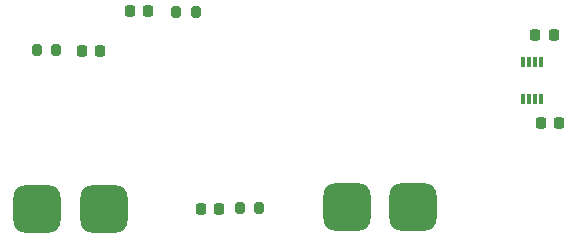
<source format=gtp>
%TF.GenerationSoftware,KiCad,Pcbnew,7.0.7*%
%TF.CreationDate,2023-11-07T21:15:51-05:00*%
%TF.ProjectId,DriveTrain,44726976-6554-4726-9169-6e2e6b696361,rev?*%
%TF.SameCoordinates,Original*%
%TF.FileFunction,Paste,Top*%
%TF.FilePolarity,Positive*%
%FSLAX46Y46*%
G04 Gerber Fmt 4.6, Leading zero omitted, Abs format (unit mm)*
G04 Created by KiCad (PCBNEW 7.0.7) date 2023-11-07 21:15:51*
%MOMM*%
%LPD*%
G01*
G04 APERTURE LIST*
G04 Aperture macros list*
%AMRoundRect*
0 Rectangle with rounded corners*
0 $1 Rounding radius*
0 $2 $3 $4 $5 $6 $7 $8 $9 X,Y pos of 4 corners*
0 Add a 4 corners polygon primitive as box body*
4,1,4,$2,$3,$4,$5,$6,$7,$8,$9,$2,$3,0*
0 Add four circle primitives for the rounded corners*
1,1,$1+$1,$2,$3*
1,1,$1+$1,$4,$5*
1,1,$1+$1,$6,$7*
1,1,$1+$1,$8,$9*
0 Add four rect primitives between the rounded corners*
20,1,$1+$1,$2,$3,$4,$5,0*
20,1,$1+$1,$4,$5,$6,$7,0*
20,1,$1+$1,$6,$7,$8,$9,0*
20,1,$1+$1,$8,$9,$2,$3,0*%
G04 Aperture macros list end*
%ADD10RoundRect,0.200000X0.200000X0.275000X-0.200000X0.275000X-0.200000X-0.275000X0.200000X-0.275000X0*%
%ADD11RoundRect,0.200000X-0.200000X-0.275000X0.200000X-0.275000X0.200000X0.275000X-0.200000X0.275000X0*%
%ADD12RoundRect,0.225000X-0.225000X-0.250000X0.225000X-0.250000X0.225000X0.250000X-0.225000X0.250000X0*%
%ADD13RoundRect,0.218750X0.218750X0.256250X-0.218750X0.256250X-0.218750X-0.256250X0.218750X-0.256250X0*%
%ADD14RoundRect,1.000000X-1.000000X1.000000X-1.000000X-1.000000X1.000000X-1.000000X1.000000X1.000000X0*%
%ADD15RoundRect,0.218750X-0.218750X-0.256250X0.218750X-0.256250X0.218750X0.256250X-0.218750X0.256250X0*%
%ADD16RoundRect,0.225000X0.225000X0.250000X-0.225000X0.250000X-0.225000X-0.250000X0.225000X-0.250000X0*%
%ADD17RoundRect,1.000000X1.000000X-1.000000X1.000000X1.000000X-1.000000X1.000000X-1.000000X-1.000000X0*%
%ADD18R,0.300000X0.850000*%
G04 APERTURE END LIST*
D10*
%TO.C,R2*%
X168980000Y-42525000D03*
X167330000Y-42525000D03*
%TD*%
D11*
%TO.C,R3*%
X155520000Y-45785000D03*
X157170000Y-45785000D03*
%TD*%
D12*
%TO.C,C5*%
X197730000Y-44525000D03*
X199280000Y-44525000D03*
%TD*%
D13*
%TO.C,D3*%
X160902500Y-45815000D03*
X159327500Y-45815000D03*
%TD*%
D14*
%TO.C,J3*%
X161200000Y-59200000D03*
X155580000Y-59200000D03*
%TD*%
D15*
%TO.C,D2*%
X163397500Y-42495000D03*
X164972500Y-42495000D03*
%TD*%
D16*
%TO.C,C6*%
X199770000Y-51965000D03*
X198220000Y-51965000D03*
%TD*%
D10*
%TO.C,R1*%
X174380000Y-59135000D03*
X172730000Y-59135000D03*
%TD*%
D15*
%TO.C,D1*%
X169397500Y-59205000D03*
X170972500Y-59205000D03*
%TD*%
D17*
%TO.C,J9*%
X181800000Y-59050000D03*
X187420000Y-59050000D03*
%TD*%
D18*
%TO.C,U1*%
X198200000Y-46750000D03*
X197700000Y-46750000D03*
X197200000Y-46750000D03*
X196700000Y-46750000D03*
X196700000Y-49900000D03*
X197200000Y-49900000D03*
X197700000Y-49900000D03*
X198200000Y-49900000D03*
%TD*%
M02*

</source>
